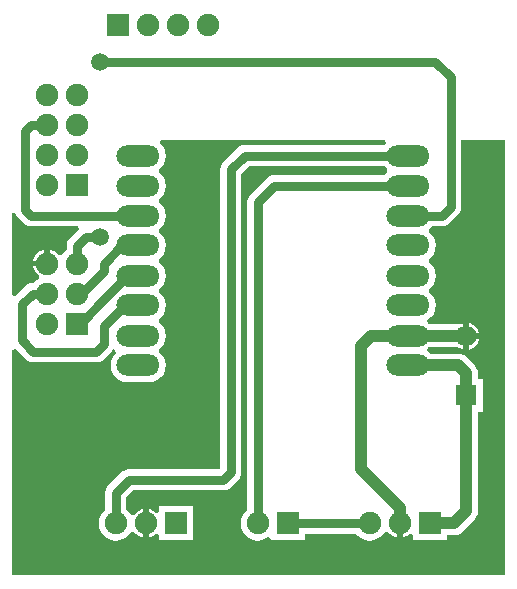
<source format=gbr>
G04 Layer_Physical_Order=2*
G04 Layer_Color=16711680*
%FSLAX42Y42*%
%MOMM*%
%TF.FileFunction,Copper,L2,Bot,Signal*%
%TF.Part,Single*%
G01*
G75*
%TA.AperFunction,Conductor*%
%ADD10C,0.76*%
%ADD11C,1.00*%
%TA.AperFunction,ViaPad*%
%ADD12C,1.52*%
%TA.AperFunction,ComponentPad*%
%ADD13R,1.91X1.91*%
%ADD14C,1.91*%
%ADD15O,3.66X1.83*%
%ADD16R,1.91X1.91*%
%ADD17C,1.78*%
%ADD18R,1.78X1.78*%
G36*
X4169Y0D02*
X-0Y-0D01*
X-0Y1907D01*
X0Y1907D01*
X25Y1916D01*
X117Y1825D01*
X135Y1811D01*
X157Y1802D01*
X168Y1801D01*
X179Y1799D01*
X712D01*
X735Y1802D01*
X757Y1811D01*
X775Y1825D01*
X842Y1892D01*
X856Y1910D01*
X857Y1911D01*
X861Y1912D01*
X871Y1905D01*
X874Y1876D01*
X872Y1872D01*
X851Y1845D01*
X837Y1810D01*
X832Y1774D01*
X837Y1737D01*
X851Y1702D01*
X874Y1673D01*
X903Y1650D01*
X938Y1636D01*
X975Y1631D01*
X1157D01*
X1194Y1636D01*
X1229Y1650D01*
X1258Y1673D01*
X1281Y1702D01*
X1295Y1737D01*
X1300Y1774D01*
X1295Y1810D01*
X1281Y1845D01*
X1258Y1874D01*
X1245Y1884D01*
Y1917D01*
X1258Y1927D01*
X1281Y1956D01*
X1295Y1991D01*
X1300Y2027D01*
X1295Y2064D01*
X1281Y2099D01*
X1258Y2128D01*
X1245Y2138D01*
Y2171D01*
X1258Y2181D01*
X1281Y2210D01*
X1295Y2245D01*
X1300Y2282D01*
X1295Y2318D01*
X1281Y2353D01*
X1258Y2382D01*
X1245Y2392D01*
Y2425D01*
X1258Y2435D01*
X1281Y2464D01*
X1295Y2499D01*
X1300Y2535D01*
X1295Y2572D01*
X1281Y2607D01*
X1258Y2636D01*
X1245Y2646D01*
Y2679D01*
X1258Y2689D01*
X1281Y2718D01*
X1295Y2753D01*
X1300Y2790D01*
X1295Y2826D01*
X1281Y2861D01*
X1258Y2890D01*
X1245Y2900D01*
Y2933D01*
X1258Y2943D01*
X1281Y2972D01*
X1295Y3007D01*
X1300Y3043D01*
X1295Y3080D01*
X1281Y3115D01*
X1258Y3144D01*
X1245Y3154D01*
Y3187D01*
X1258Y3197D01*
X1281Y3226D01*
X1295Y3261D01*
X1300Y3297D01*
X1295Y3334D01*
X1281Y3369D01*
X1258Y3398D01*
X1245Y3408D01*
Y3441D01*
X1258Y3451D01*
X1281Y3480D01*
X1295Y3515D01*
X1300Y3551D01*
X1295Y3588D01*
X1281Y3623D01*
X1258Y3652D01*
X1250Y3659D01*
X1259Y3684D01*
X3159Y3684D01*
X3168Y3659D01*
X3160Y3652D01*
X3150Y3640D01*
X1968D01*
X1945Y3637D01*
X1924Y3628D01*
X1905Y3614D01*
X1787Y3496D01*
X1773Y3477D01*
X1764Y3456D01*
X1761Y3433D01*
Y905D01*
X1751Y895D01*
X985D01*
X974Y893D01*
X963Y892D01*
X941Y883D01*
X923Y869D01*
X814Y760D01*
X800Y741D01*
X791Y720D01*
X788Y697D01*
Y552D01*
X773Y541D01*
X750Y510D01*
X735Y475D01*
X730Y437D01*
X735Y399D01*
X750Y364D01*
X773Y333D01*
X803Y310D01*
X839Y295D01*
X877Y290D01*
X914Y295D01*
X950Y310D01*
X980Y333D01*
X1003Y364D01*
X1004Y365D01*
X1032Y367D01*
X1044Y351D01*
X1070Y332D01*
X1099Y319D01*
X1106Y319D01*
Y437D01*
Y555D01*
X1099Y555D01*
X1070Y542D01*
X1044Y523D01*
X1032Y507D01*
X1004Y509D01*
X1003Y510D01*
X980Y541D01*
X965Y552D01*
Y660D01*
X1022Y717D01*
X1788D01*
X1810Y720D01*
X1832Y729D01*
X1850Y743D01*
X1912Y805D01*
X1926Y824D01*
X1935Y845D01*
X1937Y857D01*
X1938Y868D01*
Y3396D01*
X2005Y3463D01*
X3150D01*
X3160Y3451D01*
X3173Y3441D01*
Y3408D01*
X3160Y3398D01*
X3150Y3386D01*
X2218D01*
X2195Y3383D01*
X2174Y3374D01*
X2155Y3360D01*
X2016Y3221D01*
X2002Y3202D01*
X1993Y3181D01*
X1991Y3169D01*
X1990Y3158D01*
Y552D01*
X1975Y541D01*
X1952Y510D01*
X1937Y475D01*
X1932Y437D01*
X1937Y399D01*
X1952Y364D01*
X1975Y333D01*
X2005Y310D01*
X2041Y295D01*
X2078Y290D01*
X2116Y295D01*
X2152Y310D01*
X2162Y318D01*
X2187Y305D01*
Y292D01*
X2478D01*
Y348D01*
X2912D01*
X2923Y333D01*
X2953Y310D01*
X2989Y295D01*
X3026Y290D01*
X3064Y295D01*
X3100Y310D01*
X3130Y333D01*
X3153Y364D01*
X3154Y365D01*
X3182Y367D01*
X3194Y351D01*
X3220Y332D01*
X3249Y319D01*
X3256Y319D01*
Y437D01*
X3306D01*
Y319D01*
X3312Y319D01*
X3341Y332D01*
X3364Y349D01*
X3375Y346D01*
X3389Y339D01*
Y292D01*
X3680D01*
Y336D01*
X3737D01*
X3763Y340D01*
X3787Y350D01*
X3808Y366D01*
X3914Y472D01*
X3930Y493D01*
X3940Y517D01*
X3943Y543D01*
Y1381D01*
X3981D01*
Y1659D01*
X3943D01*
Y1706D01*
X3940Y1732D01*
X3930Y1756D01*
X3914Y1777D01*
X3846Y1845D01*
X3825Y1861D01*
X3801Y1871D01*
X3775Y1874D01*
X3544D01*
X3544Y1874D01*
X3515Y1897D01*
X3519Y1923D01*
X3521Y1927D01*
X3776D01*
X3785Y1920D01*
X3813Y1909D01*
X3818Y1908D01*
Y2020D01*
Y2132D01*
X3813Y2131D01*
X3805Y2128D01*
X3521D01*
X3519Y2132D01*
X3515Y2158D01*
X3544Y2181D01*
X3567Y2210D01*
X3581Y2245D01*
X3586Y2282D01*
X3581Y2318D01*
X3567Y2353D01*
X3544Y2382D01*
X3531Y2392D01*
Y2425D01*
X3544Y2435D01*
X3567Y2464D01*
X3581Y2499D01*
X3586Y2535D01*
X3581Y2572D01*
X3567Y2607D01*
X3544Y2636D01*
X3531Y2646D01*
Y2679D01*
X3544Y2689D01*
X3567Y2718D01*
X3581Y2753D01*
X3586Y2790D01*
X3581Y2826D01*
X3567Y2861D01*
X3544Y2890D01*
X3531Y2900D01*
Y2933D01*
X3544Y2943D01*
X3554Y2955D01*
X3639D01*
X3662Y2958D01*
X3683Y2967D01*
X3702Y2981D01*
X3773Y3052D01*
X3787Y3071D01*
X3796Y3092D01*
X3799Y3115D01*
Y3684D01*
X4169D01*
X4169Y0D01*
D02*
G37*
G36*
X33Y3047D02*
X47Y3028D01*
X94Y2981D01*
X113Y2967D01*
X134Y2958D01*
X157Y2955D01*
X556D01*
X564Y2932D01*
X564Y2929D01*
X563Y2928D01*
X562Y2927D01*
X487Y2852D01*
X473Y2833D01*
X464Y2812D01*
X461Y2789D01*
Y2752D01*
X446Y2741D01*
X423Y2710D01*
X422Y2709D01*
X394Y2707D01*
X382Y2723D01*
X356Y2742D01*
X327Y2755D01*
X320Y2755D01*
Y2637D01*
X295D01*
Y2612D01*
X177D01*
X178Y2606D01*
X190Y2576D01*
X209Y2551D01*
X225Y2539D01*
X223Y2510D01*
X222Y2510D01*
X192Y2487D01*
X181Y2472D01*
X174D01*
X151Y2469D01*
X129Y2460D01*
X111Y2446D01*
X25Y2361D01*
X0Y2370D01*
X-0Y2370D01*
Y3062D01*
X24Y3068D01*
X33Y3047D01*
D02*
G37*
%LPC*%
G36*
X1530Y582D02*
X1239D01*
Y535D01*
X1225Y528D01*
X1214Y525D01*
X1191Y542D01*
X1162Y555D01*
X1156Y555D01*
Y437D01*
Y319D01*
X1162Y319D01*
X1191Y332D01*
X1214Y349D01*
X1225Y346D01*
X1239Y339D01*
Y292D01*
X1530D01*
Y582D01*
D02*
G37*
G36*
X3954Y1995D02*
X3868D01*
Y1908D01*
X3872Y1909D01*
X3900Y1920D01*
X3924Y1938D01*
X3942Y1962D01*
X3954Y1990D01*
X3954Y1995D01*
D02*
G37*
G36*
X3868Y2132D02*
Y2045D01*
X3954D01*
X3954Y2050D01*
X3942Y2078D01*
X3924Y2102D01*
X3900Y2120D01*
X3872Y2131D01*
X3868Y2132D01*
D02*
G37*
G36*
X270Y2755D02*
X264Y2755D01*
X235Y2742D01*
X209Y2723D01*
X190Y2698D01*
X178Y2668D01*
X177Y2662D01*
X270D01*
Y2755D01*
D02*
G37*
%LPD*%
D10*
X975Y2535D02*
X1066D01*
X795Y2356D02*
X975Y2535D01*
X795Y2352D02*
Y2356D01*
X572Y2129D02*
X795Y2352D01*
X549Y2129D02*
X572D01*
X157Y3043D02*
X1066D01*
X110Y3091D02*
X157Y3043D01*
X110Y3091D02*
Y3759D01*
X159Y3808D02*
X295D01*
X110Y3759D02*
X159Y3808D01*
X81Y2291D02*
X174Y2383D01*
X81Y1986D02*
Y2291D01*
Y1986D02*
X179Y1888D01*
X174Y2383D02*
X295D01*
X3710Y3115D02*
Y4212D01*
X3576Y4347D02*
X3710Y4212D01*
X743Y4347D02*
X3576D01*
X3352Y3043D02*
X3639D01*
X3710Y3115D01*
X624Y2864D02*
X743Y2858D01*
X549Y2789D02*
X624Y2864D01*
X549Y2637D02*
Y2789D01*
X179Y1888D02*
X712D01*
X780Y1955D01*
Y2111D01*
X950Y2282D01*
X1066D01*
X931Y2790D02*
X1066D01*
X776Y2635D02*
X931Y2790D01*
X776Y2577D02*
Y2635D01*
X582Y2383D02*
X776Y2577D01*
X549Y2383D02*
X582D01*
X1968Y3551D02*
X3352D01*
X1850Y3433D02*
X1968Y3551D01*
X1850Y868D02*
Y3433D01*
X1788Y806D02*
X1850Y868D01*
X985Y806D02*
X1788D01*
X877Y697D02*
X985Y806D01*
X877Y437D02*
Y697D01*
X2218Y3297D02*
X3352D01*
X2078Y3158D02*
X2218Y3297D01*
X2078Y437D02*
Y3158D01*
X2333Y437D02*
X3026D01*
D11*
X3281Y437D02*
Y566D01*
X2952Y894D02*
X3281Y566D01*
X2952Y894D02*
Y1941D01*
X3039Y2027D02*
X3352D01*
X2952Y1941D02*
X3039Y2027D01*
X3842Y543D02*
Y1520D01*
X3737Y437D02*
X3842Y543D01*
X3535Y437D02*
X3737D01*
X3842Y1520D02*
Y1706D01*
X3775Y1774D02*
X3842Y1706D01*
X3352Y1774D02*
X3775D01*
X3352Y2027D02*
X3835D01*
D12*
X743Y4347D02*
D03*
Y2858D02*
D03*
D13*
X2333Y437D02*
D03*
X3535Y437D02*
D03*
X1385Y437D02*
D03*
X898Y4653D02*
D03*
D14*
X2078Y437D02*
D03*
X3281Y437D02*
D03*
X3026D02*
D03*
X295Y2129D02*
D03*
X549Y2383D02*
D03*
X295D02*
D03*
X549Y2637D02*
D03*
X295D02*
D03*
X1131Y437D02*
D03*
X877D02*
D03*
X295Y4062D02*
D03*
X549D02*
D03*
X295Y3808D02*
D03*
X549D02*
D03*
X295Y3554D02*
D03*
X549D02*
D03*
X295Y3300D02*
D03*
X1659Y4653D02*
D03*
X1406D02*
D03*
X1152D02*
D03*
D15*
X1066Y3551D02*
D03*
Y3297D02*
D03*
Y3043D02*
D03*
Y2790D02*
D03*
Y2535D02*
D03*
Y2282D02*
D03*
Y2027D02*
D03*
Y1774D02*
D03*
X3352Y3551D02*
D03*
Y3297D02*
D03*
Y3043D02*
D03*
Y2790D02*
D03*
Y2535D02*
D03*
Y2282D02*
D03*
Y2027D02*
D03*
Y1774D02*
D03*
D16*
X549Y2129D02*
D03*
Y3300D02*
D03*
D17*
X3843Y2020D02*
D03*
D18*
X3842Y1520D02*
D03*
%TF.MD5,4037a2ca42edc031d9e420983e58def5*%
M02*

</source>
